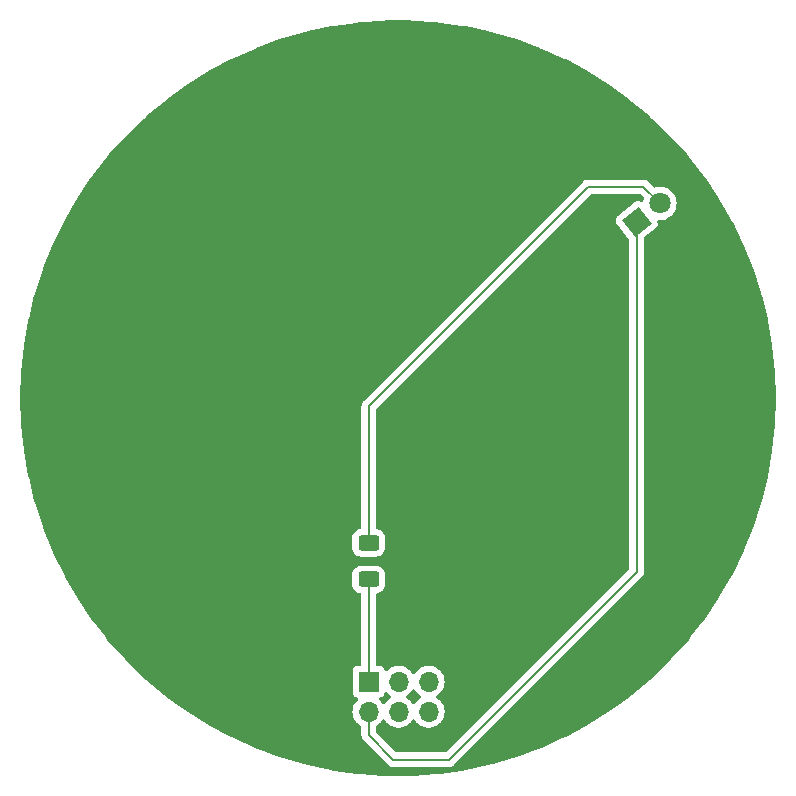
<source format=gbr>
G04 #@! TF.GenerationSoftware,KiCad,Pcbnew,(6.99.0-2452-gdb4f2d9dd8)*
G04 #@! TF.CreationDate,2022-08-01T20:43:05-05:00*
G04 #@! TF.ProjectId,HAS,4841532e-6b69-4636-9164-5f7063625858,rev?*
G04 #@! TF.SameCoordinates,Original*
G04 #@! TF.FileFunction,Copper,L2,Bot*
G04 #@! TF.FilePolarity,Positive*
%FSLAX46Y46*%
G04 Gerber Fmt 4.6, Leading zero omitted, Abs format (unit mm)*
G04 Created by KiCad (PCBNEW (6.99.0-2452-gdb4f2d9dd8)) date 2022-08-01 20:43:05*
%MOMM*%
%LPD*%
G01*
G04 APERTURE LIST*
G04 Aperture macros list*
%AMRoundRect*
0 Rectangle with rounded corners*
0 $1 Rounding radius*
0 $2 $3 $4 $5 $6 $7 $8 $9 X,Y pos of 4 corners*
0 Add a 4 corners polygon primitive as box body*
4,1,4,$2,$3,$4,$5,$6,$7,$8,$9,$2,$3,0*
0 Add four circle primitives for the rounded corners*
1,1,$1+$1,$2,$3*
1,1,$1+$1,$4,$5*
1,1,$1+$1,$6,$7*
1,1,$1+$1,$8,$9*
0 Add four rect primitives between the rounded corners*
20,1,$1+$1,$2,$3,$4,$5,0*
20,1,$1+$1,$4,$5,$6,$7,0*
20,1,$1+$1,$6,$7,$8,$9,0*
20,1,$1+$1,$8,$9,$2,$3,0*%
%AMRotRect*
0 Rectangle, with rotation*
0 The origin of the aperture is its center*
0 $1 length*
0 $2 width*
0 $3 Rotation angle, in degrees counterclockwise*
0 Add horizontal line*
21,1,$1,$2,0,0,$3*%
G04 Aperture macros list end*
G04 #@! TA.AperFunction,ComponentPad*
%ADD10RotRect,1.800000X1.800000X39.000000*%
G04 #@! TD*
G04 #@! TA.AperFunction,ComponentPad*
%ADD11C,1.800000*%
G04 #@! TD*
G04 #@! TA.AperFunction,ComponentPad*
%ADD12O,1.700000X1.700000*%
G04 #@! TD*
G04 #@! TA.AperFunction,ComponentPad*
%ADD13R,1.700000X1.700000*%
G04 #@! TD*
G04 #@! TA.AperFunction,SMDPad,CuDef*
%ADD14RoundRect,0.250000X0.625000X-0.400000X0.625000X0.400000X-0.625000X0.400000X-0.625000X-0.400000X0*%
G04 #@! TD*
G04 #@! TA.AperFunction,Conductor*
%ADD15C,0.200000*%
G04 #@! TD*
G04 APERTURE END LIST*
D10*
X180195934Y-85116326D03*
D11*
X182169886Y-83517853D03*
D12*
X162579999Y-126539999D03*
X162579999Y-123999999D03*
X160039999Y-126539999D03*
X160039999Y-123999999D03*
X157499999Y-126539999D03*
D13*
X157499999Y-123999999D03*
D14*
X157500000Y-115350000D03*
X157500000Y-112250000D03*
D15*
X180195935Y-85116327D02*
X180195935Y-114704065D01*
X180195935Y-114704065D02*
X164300000Y-130600000D01*
X159600000Y-130600000D02*
X157500000Y-128500000D01*
X164300000Y-130600000D02*
X159600000Y-130600000D01*
X157500000Y-128500000D02*
X157500000Y-126540000D01*
X157500000Y-100700000D02*
X176100000Y-82100000D01*
X157500000Y-112250000D02*
X157500000Y-100700000D01*
X176100000Y-82100000D02*
X180752033Y-82100000D01*
X180752033Y-82100000D02*
X182169886Y-83517853D01*
X157500000Y-124000000D02*
X157500000Y-115350000D01*
G04 #@! TA.AperFunction,NonConductor*
G36*
X161393226Y-124675670D02*
G01*
X161415483Y-124701357D01*
X161504278Y-124837268D01*
X161507803Y-124841097D01*
X161507806Y-124841101D01*
X161572511Y-124911388D01*
X161656760Y-125002906D01*
X161660879Y-125006112D01*
X161794149Y-125109841D01*
X161834424Y-125141189D01*
X161839005Y-125143668D01*
X161867680Y-125159186D01*
X161918071Y-125209199D01*
X161933423Y-125278516D01*
X161908863Y-125345129D01*
X161867681Y-125380813D01*
X161834424Y-125398811D01*
X161830313Y-125402010D01*
X161830311Y-125402012D01*
X161675861Y-125522227D01*
X161656760Y-125537094D01*
X161653228Y-125540931D01*
X161507806Y-125698899D01*
X161507803Y-125698903D01*
X161504278Y-125702732D01*
X161501427Y-125707096D01*
X161415483Y-125838643D01*
X161361479Y-125884732D01*
X161291132Y-125894307D01*
X161226774Y-125864330D01*
X161204517Y-125838643D01*
X161118573Y-125707096D01*
X161115722Y-125702732D01*
X161112197Y-125698903D01*
X161112194Y-125698899D01*
X160966772Y-125540931D01*
X160963240Y-125537094D01*
X160944139Y-125522227D01*
X160789689Y-125402012D01*
X160789687Y-125402010D01*
X160785576Y-125398811D01*
X160752320Y-125380814D01*
X160701929Y-125330801D01*
X160686577Y-125261484D01*
X160711137Y-125194871D01*
X160752320Y-125159186D01*
X160780995Y-125143668D01*
X160785576Y-125141189D01*
X160825852Y-125109841D01*
X160959121Y-125006112D01*
X160963240Y-125002906D01*
X161047489Y-124911388D01*
X161112194Y-124841101D01*
X161112197Y-124841097D01*
X161115722Y-124837268D01*
X161204517Y-124701357D01*
X161258521Y-124655268D01*
X161328868Y-124645693D01*
X161393226Y-124675670D01*
G37*
G04 #@! TD.AperFunction*
G04 #@! TA.AperFunction,NonConductor*
G36*
X159023439Y-124911388D02*
G01*
X159055755Y-124936638D01*
X159076526Y-124959201D01*
X159116760Y-125002906D01*
X159120879Y-125006112D01*
X159254149Y-125109841D01*
X159294424Y-125141189D01*
X159299005Y-125143668D01*
X159327680Y-125159186D01*
X159378071Y-125209199D01*
X159393423Y-125278516D01*
X159368863Y-125345129D01*
X159327681Y-125380813D01*
X159294424Y-125398811D01*
X159290313Y-125402010D01*
X159290311Y-125402012D01*
X159135861Y-125522227D01*
X159116760Y-125537094D01*
X159113228Y-125540931D01*
X158967806Y-125698899D01*
X158967803Y-125698903D01*
X158964278Y-125702732D01*
X158961427Y-125707096D01*
X158875483Y-125838643D01*
X158821479Y-125884732D01*
X158751132Y-125894307D01*
X158686774Y-125864330D01*
X158664517Y-125838643D01*
X158578573Y-125707096D01*
X158575722Y-125702732D01*
X158572197Y-125698903D01*
X158572194Y-125698899D01*
X158432525Y-125547180D01*
X158401104Y-125483515D01*
X158409091Y-125412969D01*
X158453949Y-125357940D01*
X158481191Y-125343787D01*
X158596204Y-125300889D01*
X158608536Y-125291658D01*
X158706050Y-125218659D01*
X158713261Y-125213261D01*
X158769610Y-125137988D01*
X158795489Y-125103418D01*
X158795490Y-125103416D01*
X158800889Y-125096204D01*
X158844998Y-124977944D01*
X158887545Y-124921108D01*
X158954065Y-124896297D01*
X159023439Y-124911388D01*
G37*
G04 #@! TD.AperFunction*
G04 #@! TA.AperFunction,NonConductor*
G36*
X160963686Y-68019572D02*
G01*
X161273076Y-68030498D01*
X161277418Y-68030727D01*
X163191602Y-68164579D01*
X163196131Y-68164978D01*
X163380241Y-68184547D01*
X163503195Y-68197617D01*
X163507386Y-68198133D01*
X165408799Y-68465360D01*
X165413324Y-68466081D01*
X165715753Y-68520019D01*
X165719733Y-68520797D01*
X167599851Y-68920428D01*
X167604426Y-68921492D01*
X167896750Y-68995229D01*
X167899862Y-68996014D01*
X167903775Y-68997068D01*
X169754019Y-69527617D01*
X169758617Y-69529031D01*
X170045039Y-69623214D01*
X170048662Y-69624469D01*
X171782097Y-70255389D01*
X171860821Y-70284042D01*
X171865388Y-70285806D01*
X172140580Y-70398374D01*
X172143991Y-70399831D01*
X173909856Y-71186044D01*
X173914366Y-71188162D01*
X174089781Y-71274827D01*
X174176342Y-71317594D01*
X174179683Y-71319308D01*
X175890970Y-72229215D01*
X175895458Y-72231719D01*
X176142501Y-72376294D01*
X176145630Y-72378187D01*
X177794589Y-73408571D01*
X177798972Y-73411439D01*
X178029425Y-73569128D01*
X178032333Y-73571178D01*
X179611232Y-74718315D01*
X179615471Y-74721534D01*
X179828040Y-74890177D01*
X179830698Y-74892346D01*
X181331980Y-76152071D01*
X181336068Y-76155655D01*
X181529577Y-76332800D01*
X181532025Y-76335101D01*
X182948373Y-77702851D01*
X182952268Y-77706782D01*
X183125889Y-77889847D01*
X183128103Y-77892243D01*
X184452464Y-79363095D01*
X184456139Y-79367364D01*
X184609213Y-79553467D01*
X184611191Y-79555935D01*
X185836852Y-81124709D01*
X185840219Y-81129225D01*
X185955273Y-81291162D01*
X185972517Y-81315434D01*
X185974261Y-81317953D01*
X187094659Y-82979012D01*
X187097797Y-82983905D01*
X187209345Y-83167021D01*
X187210775Y-83169432D01*
X187673969Y-83971707D01*
X188219695Y-84916933D01*
X188222538Y-84922137D01*
X188313768Y-85098867D01*
X188315054Y-85101428D01*
X189206434Y-86929026D01*
X189208946Y-86934506D01*
X189280770Y-87101613D01*
X189281786Y-87104049D01*
X190049988Y-89005417D01*
X190052145Y-89011152D01*
X190105755Y-89164983D01*
X190106606Y-89167512D01*
X190746185Y-91135937D01*
X190747962Y-91141903D01*
X190785139Y-91279033D01*
X190785769Y-91281457D01*
X191291565Y-93310099D01*
X191292941Y-93316271D01*
X191304745Y-93376304D01*
X191315907Y-93433073D01*
X191316348Y-93435437D01*
X191683432Y-95517275D01*
X191684386Y-95523628D01*
X191695909Y-95616426D01*
X191696179Y-95618782D01*
X191919824Y-97746620D01*
X191920337Y-97753122D01*
X191923795Y-97818365D01*
X191923895Y-97820637D01*
X191998951Y-99969968D01*
X191999008Y-99972139D01*
X191999461Y-99997774D01*
X191999461Y-100002226D01*
X191999008Y-100027861D01*
X191998951Y-100030032D01*
X191923895Y-102179363D01*
X191923795Y-102181635D01*
X191920337Y-102246878D01*
X191919824Y-102253380D01*
X191696179Y-104381218D01*
X191695909Y-104383574D01*
X191684386Y-104476372D01*
X191683432Y-104482725D01*
X191316348Y-106564563D01*
X191315907Y-106566927D01*
X191304745Y-106623696D01*
X191292941Y-106683729D01*
X191291565Y-106689901D01*
X190785769Y-108718543D01*
X190785139Y-108720967D01*
X190753193Y-108838804D01*
X190747962Y-108858097D01*
X190746185Y-108864063D01*
X190106606Y-110832488D01*
X190105755Y-110835017D01*
X190052145Y-110988848D01*
X190049991Y-110994574D01*
X189281786Y-112895951D01*
X189280770Y-112898387D01*
X189246130Y-112978981D01*
X189208946Y-113065494D01*
X189206434Y-113070974D01*
X188315054Y-114898572D01*
X188313768Y-114901133D01*
X188222538Y-115077863D01*
X188219695Y-115083067D01*
X188206374Y-115106140D01*
X187210775Y-116830568D01*
X187209345Y-116832979D01*
X187097806Y-117016081D01*
X187094659Y-117020988D01*
X185974261Y-118682047D01*
X185972517Y-118684566D01*
X185840219Y-118870775D01*
X185836852Y-118875291D01*
X184819231Y-120177786D01*
X184611191Y-120444065D01*
X184609213Y-120446533D01*
X184456139Y-120632636D01*
X184452464Y-120636905D01*
X183128103Y-122107757D01*
X183125889Y-122110153D01*
X182952268Y-122293218D01*
X182948373Y-122297149D01*
X181532025Y-123664899D01*
X181529577Y-123667200D01*
X181336068Y-123844345D01*
X181331980Y-123847929D01*
X179830698Y-125107654D01*
X179828040Y-125109823D01*
X179653442Y-125248342D01*
X179615482Y-125278458D01*
X179611232Y-125281685D01*
X178032333Y-126428822D01*
X178029425Y-126430872D01*
X177798972Y-126588561D01*
X177794589Y-126591429D01*
X176145630Y-127621813D01*
X176142501Y-127623706D01*
X175895458Y-127768281D01*
X175890970Y-127770785D01*
X174179683Y-128680692D01*
X174176342Y-128682406D01*
X174089781Y-128725173D01*
X173914366Y-128811838D01*
X173909856Y-128813956D01*
X172143991Y-129600169D01*
X172140580Y-129601626D01*
X171865388Y-129714194D01*
X171860821Y-129715958D01*
X170048662Y-130375531D01*
X170045039Y-130376786D01*
X169758617Y-130470969D01*
X169754019Y-130472383D01*
X167997160Y-130976154D01*
X167903774Y-131002932D01*
X167899862Y-131003986D01*
X167604426Y-131078508D01*
X167599851Y-131079572D01*
X165719733Y-131479203D01*
X165715753Y-131479981D01*
X165413324Y-131533919D01*
X165408799Y-131534640D01*
X163507386Y-131801867D01*
X163503195Y-131802383D01*
X163380241Y-131815453D01*
X163196131Y-131835022D01*
X163191602Y-131835421D01*
X161277418Y-131969273D01*
X161273076Y-131969502D01*
X160963686Y-131980428D01*
X160959239Y-131980506D01*
X159040761Y-131980506D01*
X159036314Y-131980428D01*
X158726924Y-131969502D01*
X158722582Y-131969273D01*
X156808398Y-131835421D01*
X156803869Y-131835022D01*
X156619759Y-131815453D01*
X156496805Y-131802383D01*
X156492614Y-131801867D01*
X154591201Y-131534640D01*
X154586676Y-131533919D01*
X154284247Y-131479981D01*
X154280267Y-131479203D01*
X152400149Y-131079572D01*
X152395574Y-131078508D01*
X152100138Y-131003986D01*
X152096226Y-131002932D01*
X152002841Y-130976154D01*
X150245981Y-130472383D01*
X150241383Y-130470969D01*
X149954961Y-130376786D01*
X149951338Y-130375531D01*
X148139179Y-129715958D01*
X148134612Y-129714194D01*
X147859420Y-129601626D01*
X147856009Y-129600169D01*
X146090144Y-128813956D01*
X146085634Y-128811838D01*
X145910219Y-128725173D01*
X145823658Y-128682406D01*
X145820317Y-128680692D01*
X144109030Y-127770785D01*
X144104542Y-127768281D01*
X143857499Y-127623706D01*
X143854370Y-127621813D01*
X142205411Y-126591429D01*
X142201028Y-126588561D01*
X141970575Y-126430872D01*
X141967667Y-126428822D01*
X140388768Y-125281685D01*
X140384518Y-125278458D01*
X140346558Y-125248342D01*
X140171960Y-125109823D01*
X140169302Y-125107654D01*
X138668020Y-123847929D01*
X138663932Y-123844345D01*
X138470423Y-123667200D01*
X138467975Y-123664899D01*
X137051627Y-122297149D01*
X137047732Y-122293218D01*
X136874111Y-122110153D01*
X136871897Y-122107757D01*
X135547536Y-120636905D01*
X135543861Y-120632636D01*
X135390787Y-120446533D01*
X135388809Y-120444065D01*
X135180769Y-120177786D01*
X134163148Y-118875291D01*
X134159781Y-118870775D01*
X134027483Y-118684566D01*
X134025739Y-118682047D01*
X132905341Y-117020988D01*
X132902194Y-117016081D01*
X132790655Y-116832979D01*
X132789225Y-116830568D01*
X131793626Y-115106140D01*
X131780305Y-115083067D01*
X131777462Y-115077863D01*
X131686232Y-114901133D01*
X131685389Y-114899455D01*
X156116500Y-114899455D01*
X156116501Y-115800544D01*
X156127113Y-115904426D01*
X156182885Y-116072738D01*
X156275970Y-116223652D01*
X156401348Y-116349030D01*
X156552262Y-116442115D01*
X156615807Y-116463171D01*
X156714048Y-116495725D01*
X156714052Y-116495726D01*
X156720574Y-116497887D01*
X156727408Y-116498585D01*
X156727412Y-116498586D01*
X156761892Y-116502108D01*
X156778307Y-116503785D01*
X156844041Y-116530607D01*
X156884840Y-116588710D01*
X156891500Y-116629133D01*
X156891500Y-122515500D01*
X156871498Y-122583621D01*
X156817842Y-122630114D01*
X156765500Y-122641500D01*
X156601362Y-122641500D01*
X156598015Y-122641860D01*
X156598012Y-122641860D01*
X156577705Y-122644043D01*
X156540799Y-122648011D01*
X156403796Y-122699111D01*
X156286739Y-122786739D01*
X156199111Y-122903796D01*
X156148011Y-123040799D01*
X156141500Y-123101362D01*
X156141500Y-124898638D01*
X156148011Y-124959201D01*
X156199111Y-125096204D01*
X156204510Y-125103416D01*
X156204511Y-125103418D01*
X156230390Y-125137988D01*
X156286739Y-125213261D01*
X156293950Y-125218659D01*
X156391465Y-125291658D01*
X156403796Y-125300889D01*
X156518808Y-125343787D01*
X156575642Y-125386333D01*
X156600453Y-125452853D01*
X156585361Y-125522227D01*
X156567475Y-125547180D01*
X156427806Y-125698899D01*
X156427803Y-125698903D01*
X156424278Y-125702732D01*
X156421427Y-125707096D01*
X156305372Y-125884732D01*
X156301140Y-125891209D01*
X156210704Y-126097384D01*
X156155436Y-126315632D01*
X156155006Y-126320823D01*
X156155005Y-126320828D01*
X156145887Y-126430872D01*
X156136844Y-126540000D01*
X156137274Y-126545189D01*
X156152480Y-126728690D01*
X156155436Y-126764368D01*
X156210704Y-126982616D01*
X156301140Y-127188791D01*
X156303990Y-127193153D01*
X156303992Y-127193157D01*
X156318701Y-127215670D01*
X156424278Y-127377268D01*
X156427803Y-127381097D01*
X156427806Y-127381101D01*
X156529360Y-127491417D01*
X156576760Y-127542906D01*
X156580879Y-127546112D01*
X156680571Y-127623706D01*
X156754424Y-127681189D01*
X156759005Y-127683668D01*
X156759010Y-127683671D01*
X156825470Y-127719638D01*
X156875860Y-127769651D01*
X156891500Y-127830451D01*
X156891500Y-128451864D01*
X156890422Y-128468307D01*
X156886250Y-128500000D01*
X156891500Y-128539880D01*
X156891500Y-128539885D01*
X156904609Y-128639457D01*
X156907162Y-128658851D01*
X156968476Y-128806876D01*
X156973503Y-128813427D01*
X156973504Y-128813429D01*
X157041520Y-128902069D01*
X157041526Y-128902075D01*
X157066013Y-128933987D01*
X157072568Y-128939017D01*
X157091379Y-128953452D01*
X157103770Y-128964319D01*
X159135685Y-130996234D01*
X159146552Y-131008625D01*
X159166013Y-131033987D01*
X159172563Y-131039013D01*
X159197925Y-131058474D01*
X159197928Y-131058477D01*
X159267318Y-131111722D01*
X159286570Y-131126495D01*
X159286572Y-131126496D01*
X159293125Y-131131524D01*
X159441150Y-131192838D01*
X159560115Y-131208500D01*
X159560120Y-131208500D01*
X159560129Y-131208501D01*
X159591812Y-131212672D01*
X159600000Y-131213750D01*
X159631693Y-131209578D01*
X159648136Y-131208500D01*
X164251864Y-131208500D01*
X164268307Y-131209578D01*
X164300000Y-131213750D01*
X164308189Y-131212672D01*
X164339874Y-131208501D01*
X164339884Y-131208500D01*
X164339885Y-131208500D01*
X164339901Y-131208498D01*
X164439457Y-131195391D01*
X164450664Y-131193916D01*
X164450666Y-131193915D01*
X164458851Y-131192838D01*
X164606876Y-131131524D01*
X164632683Y-131111722D01*
X164702072Y-131058477D01*
X164702075Y-131058474D01*
X164727434Y-131039015D01*
X164733987Y-131033987D01*
X164739017Y-131027432D01*
X164753452Y-131008621D01*
X164764319Y-130996230D01*
X180592169Y-115168380D01*
X180604560Y-115157513D01*
X180623372Y-115143078D01*
X180629922Y-115138052D01*
X180654409Y-115106140D01*
X180654413Y-115106136D01*
X180727459Y-115010941D01*
X180788773Y-114862916D01*
X180794623Y-114818476D01*
X180804435Y-114743950D01*
X180804435Y-114743945D01*
X180809685Y-114704065D01*
X180805513Y-114672372D01*
X180804435Y-114655929D01*
X180804435Y-86496072D01*
X180824437Y-86427951D01*
X180851141Y-86398152D01*
X181816939Y-85616065D01*
X181816940Y-85616064D01*
X181819563Y-85613940D01*
X181862532Y-85570766D01*
X181866535Y-85563983D01*
X181866537Y-85563980D01*
X181932265Y-85452596D01*
X181936845Y-85444835D01*
X181972669Y-85303069D01*
X181967102Y-85156953D01*
X181945455Y-85092425D01*
X181942754Y-85021481D01*
X181978836Y-84960338D01*
X182042248Y-84928408D01*
X182064913Y-84926353D01*
X182286598Y-84926353D01*
X182291732Y-84925496D01*
X182291735Y-84925496D01*
X182511698Y-84888791D01*
X182511703Y-84888790D01*
X182516837Y-84887933D01*
X182737613Y-84812140D01*
X182782555Y-84787819D01*
X182938322Y-84703522D01*
X182942903Y-84701043D01*
X182947016Y-84697842D01*
X183122988Y-84560877D01*
X183122994Y-84560872D01*
X183127106Y-84557671D01*
X183174911Y-84505742D01*
X183281672Y-84389769D01*
X183281675Y-84389765D01*
X183285200Y-84385936D01*
X183412870Y-84190522D01*
X183506635Y-83976760D01*
X183541903Y-83837492D01*
X183562656Y-83755538D01*
X183562656Y-83755537D01*
X183563937Y-83750479D01*
X183583213Y-83517853D01*
X183577568Y-83449730D01*
X183564368Y-83290423D01*
X183564367Y-83290418D01*
X183563937Y-83285227D01*
X183506635Y-83058946D01*
X183412870Y-82845184D01*
X183285200Y-82649770D01*
X183281675Y-82645941D01*
X183281672Y-82645937D01*
X183130638Y-82481872D01*
X183127106Y-82478035D01*
X183122994Y-82474834D01*
X183122988Y-82474829D01*
X182947016Y-82337864D01*
X182947014Y-82337862D01*
X182942903Y-82334663D01*
X182737613Y-82223566D01*
X182516837Y-82147773D01*
X182511703Y-82146916D01*
X182511698Y-82146915D01*
X182291735Y-82110210D01*
X182291732Y-82110210D01*
X182286598Y-82109353D01*
X182053174Y-82109353D01*
X182048040Y-82110210D01*
X182048037Y-82110210D01*
X181828074Y-82146915D01*
X181828069Y-82146916D01*
X181822935Y-82147773D01*
X181818002Y-82149466D01*
X181818000Y-82149467D01*
X181776294Y-82163784D01*
X181705369Y-82166984D01*
X181646288Y-82133706D01*
X181216348Y-81703766D01*
X181205481Y-81691375D01*
X181191046Y-81672563D01*
X181186020Y-81666013D01*
X181154108Y-81641526D01*
X181154105Y-81641523D01*
X181154097Y-81641517D01*
X181065462Y-81573504D01*
X181065460Y-81573503D01*
X181058909Y-81568476D01*
X180910884Y-81507162D01*
X180902697Y-81506084D01*
X180902696Y-81506084D01*
X180891491Y-81504609D01*
X180860295Y-81500502D01*
X180791918Y-81491500D01*
X180791915Y-81491500D01*
X180791907Y-81491499D01*
X180760222Y-81487328D01*
X180752033Y-81486250D01*
X180720340Y-81490422D01*
X180703897Y-81491500D01*
X176148136Y-81491500D01*
X176131690Y-81490422D01*
X176108188Y-81487328D01*
X176100000Y-81486250D01*
X176091812Y-81487328D01*
X176060129Y-81491499D01*
X176060120Y-81491500D01*
X176060115Y-81491500D01*
X175941150Y-81507162D01*
X175793125Y-81568476D01*
X175793123Y-81568477D01*
X175793124Y-81568477D01*
X175697928Y-81641523D01*
X175697925Y-81641526D01*
X175666013Y-81666013D01*
X175660983Y-81672568D01*
X175646548Y-81691379D01*
X175635681Y-81703770D01*
X157103766Y-100235685D01*
X157091375Y-100246552D01*
X157066013Y-100266013D01*
X157041526Y-100297925D01*
X157041523Y-100297928D01*
X156968476Y-100393124D01*
X156968476Y-100393125D01*
X156907162Y-100541150D01*
X156891500Y-100660115D01*
X156891500Y-100660120D01*
X156886250Y-100700000D01*
X156887328Y-100708188D01*
X156890422Y-100731690D01*
X156891500Y-100748136D01*
X156891500Y-110970868D01*
X156871498Y-111038989D01*
X156817842Y-111085482D01*
X156778306Y-111096215D01*
X156755790Y-111098516D01*
X156727412Y-111101414D01*
X156727408Y-111101415D01*
X156720574Y-111102113D01*
X156552262Y-111157885D01*
X156401348Y-111250970D01*
X156275970Y-111376348D01*
X156182885Y-111527262D01*
X156127113Y-111695574D01*
X156116500Y-111799455D01*
X156116501Y-112700544D01*
X156127113Y-112804426D01*
X156182885Y-112972738D01*
X156275970Y-113123652D01*
X156401348Y-113249030D01*
X156552262Y-113342115D01*
X156615807Y-113363171D01*
X156714048Y-113395725D01*
X156714052Y-113395726D01*
X156720574Y-113397887D01*
X156727408Y-113398585D01*
X156727412Y-113398586D01*
X156821271Y-113408175D01*
X156821277Y-113408175D01*
X156824455Y-113408500D01*
X157499894Y-113408500D01*
X158175544Y-113408499D01*
X158178721Y-113408174D01*
X158178730Y-113408174D01*
X158227467Y-113403195D01*
X158279426Y-113397887D01*
X158447738Y-113342115D01*
X158598652Y-113249030D01*
X158724030Y-113123652D01*
X158817115Y-112972738D01*
X158872887Y-112804426D01*
X158883500Y-112700545D01*
X158883499Y-111799456D01*
X158872887Y-111695574D01*
X158817115Y-111527262D01*
X158724030Y-111376348D01*
X158598652Y-111250970D01*
X158447738Y-111157885D01*
X158384193Y-111136829D01*
X158285952Y-111104275D01*
X158285948Y-111104274D01*
X158279426Y-111102113D01*
X158272592Y-111101415D01*
X158272588Y-111101414D01*
X158238108Y-111097892D01*
X158221693Y-111096215D01*
X158155959Y-111069393D01*
X158115160Y-111011290D01*
X158108500Y-110970867D01*
X158108500Y-101004239D01*
X158128502Y-100936118D01*
X158145405Y-100915144D01*
X176315144Y-82745405D01*
X176377456Y-82711379D01*
X176404239Y-82708500D01*
X180447793Y-82708500D01*
X180515914Y-82728502D01*
X180536889Y-82745404D01*
X180786007Y-82994522D01*
X180820032Y-83056835D01*
X180819057Y-83114547D01*
X180775835Y-83285227D01*
X180774170Y-83305319D01*
X180773580Y-83312438D01*
X180748020Y-83378674D01*
X180690707Y-83420577D01*
X180619839Y-83424842D01*
X180583974Y-83410547D01*
X180559225Y-83395942D01*
X180524443Y-83375417D01*
X180382677Y-83339593D01*
X180373673Y-83339936D01*
X180373672Y-83339936D01*
X180292247Y-83343038D01*
X180236561Y-83345160D01*
X180097931Y-83391666D01*
X180046767Y-83424720D01*
X180044136Y-83426851D01*
X180044134Y-83426852D01*
X178652427Y-84553834D01*
X178572307Y-84618714D01*
X178529338Y-84661888D01*
X178525335Y-84668671D01*
X178525333Y-84668674D01*
X178508121Y-84697842D01*
X178455025Y-84787819D01*
X178419201Y-84929585D01*
X178424768Y-85075701D01*
X178471274Y-85214331D01*
X178504328Y-85265495D01*
X178506459Y-85268126D01*
X178506460Y-85268128D01*
X179559355Y-86568345D01*
X179586681Y-86633872D01*
X179587435Y-86647639D01*
X179587435Y-114399826D01*
X179567433Y-114467947D01*
X179550530Y-114488921D01*
X164084856Y-129954595D01*
X164022544Y-129988621D01*
X163995761Y-129991500D01*
X159904239Y-129991500D01*
X159836118Y-129971498D01*
X159815144Y-129954595D01*
X158145405Y-128284856D01*
X158111379Y-128222544D01*
X158108500Y-128195761D01*
X158108500Y-127830451D01*
X158128502Y-127762330D01*
X158174530Y-127719638D01*
X158240990Y-127683671D01*
X158240995Y-127683668D01*
X158245576Y-127681189D01*
X158319430Y-127623706D01*
X158419121Y-127546112D01*
X158423240Y-127542906D01*
X158470640Y-127491417D01*
X158572194Y-127381101D01*
X158572197Y-127381097D01*
X158575722Y-127377268D01*
X158664517Y-127241357D01*
X158718521Y-127195268D01*
X158788868Y-127185693D01*
X158853226Y-127215670D01*
X158875483Y-127241357D01*
X158964278Y-127377268D01*
X158967803Y-127381097D01*
X158967806Y-127381101D01*
X159069360Y-127491417D01*
X159116760Y-127542906D01*
X159120879Y-127546112D01*
X159220571Y-127623706D01*
X159294424Y-127681189D01*
X159352085Y-127712393D01*
X159431501Y-127755371D01*
X159492426Y-127788342D01*
X159705365Y-127861444D01*
X159710499Y-127862301D01*
X159710504Y-127862302D01*
X159922294Y-127897643D01*
X159922296Y-127897643D01*
X159927431Y-127898500D01*
X160152569Y-127898500D01*
X160157704Y-127897643D01*
X160157706Y-127897643D01*
X160369496Y-127862302D01*
X160369501Y-127862301D01*
X160374635Y-127861444D01*
X160587574Y-127788342D01*
X160648500Y-127755371D01*
X160727915Y-127712393D01*
X160785576Y-127681189D01*
X160859430Y-127623706D01*
X160959121Y-127546112D01*
X160963240Y-127542906D01*
X161010640Y-127491417D01*
X161112194Y-127381101D01*
X161112197Y-127381097D01*
X161115722Y-127377268D01*
X161204517Y-127241357D01*
X161258521Y-127195268D01*
X161328868Y-127185693D01*
X161393226Y-127215670D01*
X161415483Y-127241357D01*
X161504278Y-127377268D01*
X161507803Y-127381097D01*
X161507806Y-127381101D01*
X161609360Y-127491417D01*
X161656760Y-127542906D01*
X161660879Y-127546112D01*
X161760571Y-127623706D01*
X161834424Y-127681189D01*
X161892085Y-127712393D01*
X161971501Y-127755371D01*
X162032426Y-127788342D01*
X162245365Y-127861444D01*
X162250499Y-127862301D01*
X162250504Y-127862302D01*
X162462294Y-127897643D01*
X162462296Y-127897643D01*
X162467431Y-127898500D01*
X162692569Y-127898500D01*
X162697704Y-127897643D01*
X162697706Y-127897643D01*
X162909496Y-127862302D01*
X162909501Y-127862301D01*
X162914635Y-127861444D01*
X163127574Y-127788342D01*
X163188500Y-127755371D01*
X163267915Y-127712393D01*
X163325576Y-127681189D01*
X163399430Y-127623706D01*
X163499121Y-127546112D01*
X163503240Y-127542906D01*
X163550640Y-127491417D01*
X163652194Y-127381101D01*
X163652197Y-127381097D01*
X163655722Y-127377268D01*
X163761299Y-127215670D01*
X163776008Y-127193157D01*
X163776010Y-127193153D01*
X163778860Y-127188791D01*
X163869296Y-126982616D01*
X163924564Y-126764368D01*
X163927521Y-126728690D01*
X163942726Y-126545189D01*
X163943156Y-126540000D01*
X163934113Y-126430872D01*
X163924995Y-126320828D01*
X163924994Y-126320823D01*
X163924564Y-126315632D01*
X163869296Y-126097384D01*
X163778860Y-125891209D01*
X163774629Y-125884732D01*
X163658573Y-125707096D01*
X163655722Y-125702732D01*
X163652197Y-125698903D01*
X163652194Y-125698899D01*
X163506772Y-125540931D01*
X163503240Y-125537094D01*
X163484139Y-125522227D01*
X163329689Y-125402012D01*
X163329687Y-125402010D01*
X163325576Y-125398811D01*
X163292320Y-125380814D01*
X163241929Y-125330801D01*
X163226577Y-125261484D01*
X163251137Y-125194871D01*
X163292320Y-125159186D01*
X163320995Y-125143668D01*
X163325576Y-125141189D01*
X163365852Y-125109841D01*
X163499121Y-125006112D01*
X163503240Y-125002906D01*
X163587489Y-124911388D01*
X163652194Y-124841101D01*
X163652197Y-124841097D01*
X163655722Y-124837268D01*
X163733538Y-124718162D01*
X163776008Y-124653157D01*
X163776010Y-124653153D01*
X163778860Y-124648791D01*
X163869296Y-124442616D01*
X163924564Y-124224368D01*
X163943156Y-124000000D01*
X163924564Y-123775632D01*
X163869296Y-123557384D01*
X163778860Y-123351209D01*
X163774629Y-123344732D01*
X163658573Y-123167096D01*
X163655722Y-123162732D01*
X163652197Y-123158903D01*
X163652194Y-123158899D01*
X163506772Y-123000931D01*
X163503240Y-122997094D01*
X163325576Y-122858811D01*
X163127574Y-122751658D01*
X162914635Y-122678556D01*
X162909501Y-122677699D01*
X162909496Y-122677698D01*
X162697706Y-122642357D01*
X162697704Y-122642357D01*
X162692569Y-122641500D01*
X162467431Y-122641500D01*
X162462296Y-122642357D01*
X162462294Y-122642357D01*
X162250504Y-122677698D01*
X162250499Y-122677699D01*
X162245365Y-122678556D01*
X162032426Y-122751658D01*
X161834424Y-122858811D01*
X161656760Y-122997094D01*
X161653228Y-123000931D01*
X161507806Y-123158899D01*
X161507803Y-123158903D01*
X161504278Y-123162732D01*
X161501427Y-123167096D01*
X161415483Y-123298643D01*
X161361479Y-123344732D01*
X161291132Y-123354307D01*
X161226774Y-123324330D01*
X161204517Y-123298643D01*
X161118573Y-123167096D01*
X161115722Y-123162732D01*
X161112197Y-123158903D01*
X161112194Y-123158899D01*
X160966772Y-123000931D01*
X160963240Y-122997094D01*
X160785576Y-122858811D01*
X160587574Y-122751658D01*
X160374635Y-122678556D01*
X160369501Y-122677699D01*
X160369496Y-122677698D01*
X160157706Y-122642357D01*
X160157704Y-122642357D01*
X160152569Y-122641500D01*
X159927431Y-122641500D01*
X159922296Y-122642357D01*
X159922294Y-122642357D01*
X159710504Y-122677698D01*
X159710499Y-122677699D01*
X159705365Y-122678556D01*
X159492426Y-122751658D01*
X159294424Y-122858811D01*
X159116760Y-122997094D01*
X159113228Y-123000931D01*
X159055755Y-123063362D01*
X158994901Y-123099933D01*
X158923937Y-123097798D01*
X158865392Y-123057636D01*
X158844998Y-123022056D01*
X158804038Y-122912239D01*
X158804037Y-122912237D01*
X158800889Y-122903796D01*
X158713261Y-122786739D01*
X158596204Y-122699111D01*
X158459201Y-122648011D01*
X158422295Y-122644043D01*
X158401988Y-122641860D01*
X158401985Y-122641860D01*
X158398638Y-122641500D01*
X158234500Y-122641500D01*
X158166379Y-122621498D01*
X158119886Y-122567842D01*
X158108500Y-122515500D01*
X158108500Y-116629132D01*
X158128502Y-116561011D01*
X158182158Y-116514518D01*
X158221694Y-116503785D01*
X158244210Y-116501484D01*
X158272588Y-116498586D01*
X158272592Y-116498585D01*
X158279426Y-116497887D01*
X158447738Y-116442115D01*
X158598652Y-116349030D01*
X158724030Y-116223652D01*
X158817115Y-116072738D01*
X158872887Y-115904426D01*
X158883500Y-115800545D01*
X158883499Y-114899456D01*
X158872887Y-114795574D01*
X158817115Y-114627262D01*
X158724030Y-114476348D01*
X158598652Y-114350970D01*
X158447738Y-114257885D01*
X158384193Y-114236829D01*
X158285952Y-114204275D01*
X158285948Y-114204274D01*
X158279426Y-114202113D01*
X158272592Y-114201415D01*
X158272588Y-114201414D01*
X158178729Y-114191825D01*
X158178723Y-114191825D01*
X158175545Y-114191500D01*
X157500106Y-114191500D01*
X156824456Y-114191501D01*
X156821279Y-114191826D01*
X156821270Y-114191826D01*
X156772533Y-114196805D01*
X156720574Y-114202113D01*
X156552262Y-114257885D01*
X156401348Y-114350970D01*
X156275970Y-114476348D01*
X156182885Y-114627262D01*
X156127113Y-114795574D01*
X156126415Y-114802408D01*
X156126414Y-114802412D01*
X156116825Y-114896270D01*
X156116500Y-114899455D01*
X131685389Y-114899455D01*
X131684946Y-114898572D01*
X130793566Y-113070974D01*
X130791054Y-113065494D01*
X130753870Y-112978981D01*
X130719230Y-112898387D01*
X130718214Y-112895951D01*
X129950009Y-110994574D01*
X129947855Y-110988848D01*
X129894245Y-110835017D01*
X129893394Y-110832488D01*
X129253815Y-108864063D01*
X129252038Y-108858097D01*
X129246807Y-108838804D01*
X129214861Y-108720967D01*
X129214231Y-108718543D01*
X128708435Y-106689901D01*
X128707059Y-106683729D01*
X128695255Y-106623696D01*
X128684093Y-106566927D01*
X128683652Y-106564563D01*
X128316568Y-104482725D01*
X128315614Y-104476372D01*
X128304091Y-104383574D01*
X128303821Y-104381218D01*
X128080176Y-102253380D01*
X128079663Y-102246878D01*
X128076205Y-102181635D01*
X128076105Y-102179363D01*
X128001049Y-100030032D01*
X128000992Y-100027861D01*
X128000539Y-100002226D01*
X128000539Y-99997774D01*
X128000992Y-99972139D01*
X128001049Y-99969968D01*
X128076105Y-97820637D01*
X128076205Y-97818365D01*
X128079663Y-97753122D01*
X128080176Y-97746620D01*
X128303821Y-95618782D01*
X128304091Y-95616426D01*
X128315614Y-95523628D01*
X128316568Y-95517275D01*
X128683652Y-93435437D01*
X128684093Y-93433073D01*
X128695255Y-93376304D01*
X128707059Y-93316271D01*
X128708435Y-93310099D01*
X129214231Y-91281457D01*
X129214861Y-91279033D01*
X129252038Y-91141903D01*
X129253815Y-91135937D01*
X129893394Y-89167512D01*
X129894245Y-89164983D01*
X129947855Y-89011152D01*
X129950012Y-89005417D01*
X130718214Y-87104049D01*
X130719230Y-87101613D01*
X130791054Y-86934506D01*
X130793566Y-86929026D01*
X131684946Y-85101428D01*
X131686232Y-85098867D01*
X131777462Y-84922137D01*
X131780305Y-84916933D01*
X132326031Y-83971707D01*
X132789225Y-83169432D01*
X132790655Y-83167021D01*
X132902203Y-82983905D01*
X132905341Y-82979012D01*
X133700594Y-81800000D01*
X162599458Y-81800000D01*
X162599617Y-81800383D01*
X162600000Y-81800542D01*
X162600383Y-81800383D01*
X162600542Y-81800000D01*
X162600383Y-81799617D01*
X162600000Y-81799458D01*
X162599617Y-81799617D01*
X162599458Y-81800000D01*
X133700594Y-81800000D01*
X134025739Y-81317953D01*
X134027483Y-81315434D01*
X134044727Y-81291162D01*
X134159781Y-81129225D01*
X134163148Y-81124709D01*
X135388809Y-79555935D01*
X135390787Y-79553467D01*
X135543861Y-79367364D01*
X135547536Y-79363095D01*
X136871897Y-77892243D01*
X136874111Y-77889847D01*
X137047732Y-77706782D01*
X137051627Y-77702851D01*
X138467975Y-76335101D01*
X138470423Y-76332800D01*
X138663932Y-76155655D01*
X138668020Y-76152071D01*
X140169302Y-74892346D01*
X140171960Y-74890177D01*
X140384529Y-74721534D01*
X140388768Y-74718315D01*
X141967667Y-73571178D01*
X141970575Y-73569128D01*
X142201028Y-73411439D01*
X142205411Y-73408571D01*
X143854370Y-72378187D01*
X143857499Y-72376294D01*
X144104542Y-72231719D01*
X144109030Y-72229215D01*
X145820317Y-71319308D01*
X145823658Y-71317594D01*
X145910219Y-71274827D01*
X146085634Y-71188162D01*
X146090144Y-71186044D01*
X147856009Y-70399831D01*
X147859420Y-70398374D01*
X148134612Y-70285806D01*
X148139179Y-70284042D01*
X148217903Y-70255389D01*
X149951338Y-69624469D01*
X149954961Y-69623214D01*
X150241383Y-69529031D01*
X150245981Y-69527617D01*
X152096225Y-68997068D01*
X152100138Y-68996014D01*
X152103250Y-68995229D01*
X152395574Y-68921492D01*
X152400149Y-68920428D01*
X154280267Y-68520797D01*
X154284247Y-68520019D01*
X154586676Y-68466081D01*
X154591201Y-68465360D01*
X156492614Y-68198133D01*
X156496805Y-68197617D01*
X156619759Y-68184547D01*
X156803869Y-68164978D01*
X156808398Y-68164579D01*
X158722582Y-68030727D01*
X158726924Y-68030498D01*
X159036314Y-68019572D01*
X159040761Y-68019494D01*
X160959239Y-68019494D01*
X160963686Y-68019572D01*
G37*
G04 #@! TD.AperFunction*
M02*

</source>
